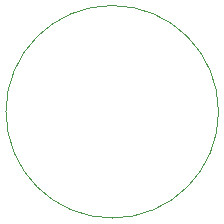
<source format=gbr>
G04 (created by PCBNEW (2013-09-24 BZR 4347)-product) date Wed 25 Sep 2013 05:32:42 PM CEST*
%MOIN*%
G04 Gerber Fmt 3.4, Leading zero omitted, Abs format*
%FSLAX34Y34*%
G01*
G70*
G90*
G04 APERTURE LIST*
%ADD10C,0.005906*%
%ADD11C,0.003937*%
G04 APERTURE END LIST*
G54D10*
G54D11*
X33070Y-24409D02*
G75*
G03X33070Y-24409I-3543J0D01*
G74*
G01*
M02*

</source>
